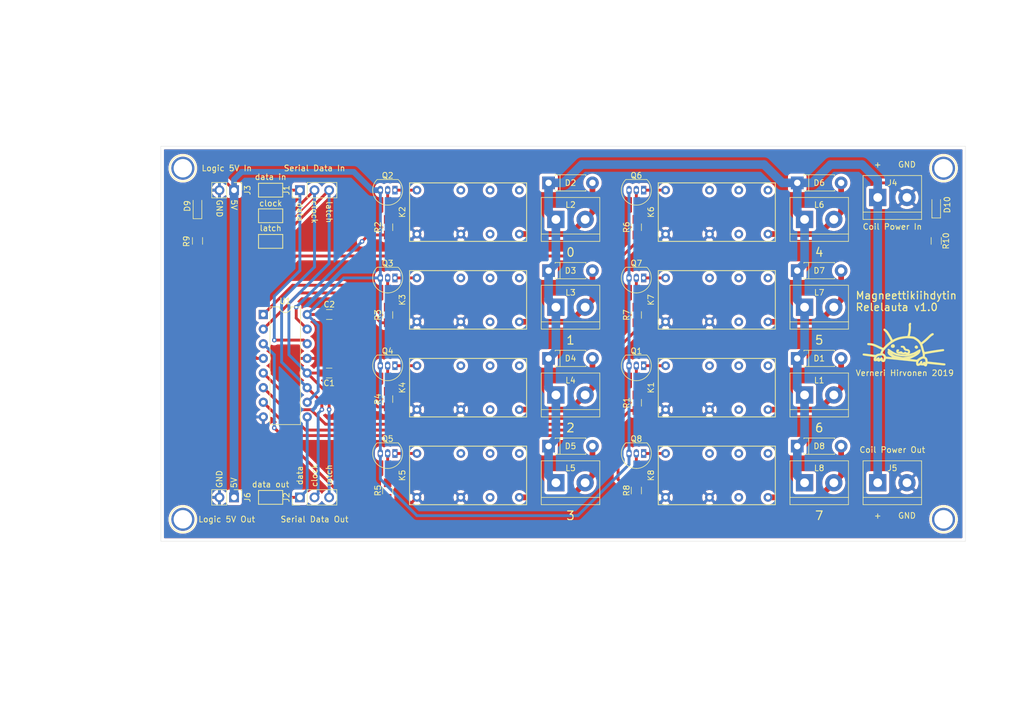
<source format=kicad_pcb>
(kicad_pcb (version 20171130) (host pcbnew "(5.1.0-0)")
  (layers (0 F.Cu signal) (31 B.Cu signal) (34 B.Paste user) (35 F.Paste user) (36 B.SilkS user) (37 F.SilkS user) (38 B.Mask user) (39 F.Mask user) (44 Edge.Cuts user))
  (net 0 "")
  (net 1 GND)
  (net 2 latch)
  (net 3 +5V)
  (net 4 V_coil)
  (net 5 "Net-(D1-Pad2)")
  (net 6 "Net-(D2-Pad2)")
  (net 7 "Net-(D3-Pad2)")
  (net 8 "Net-(D4-Pad2)")
  (net 9 "Net-(D5-Pad2)")
  (net 10 "Net-(D6-Pad2)")
  (net 11 "Net-(D7-Pad2)")
  (net 12 "Net-(D8-Pad2)")
  (net 13 "Net-(D9-Pad1)")
  (net 14 "Net-(D10-Pad1)")
  (net 15 data_in)
  (net 16 clock)
  (net 17 data_out)
  (net 18 "Net-(K1-PadA1)")
  (net 19 "Net-(K1-Pad22)")
  (net 20 "Net-(K1-Pad14)")
  (net 21 "Net-(K1-Pad12)")
  (net 22 "Net-(K1-Pad11)")
  (net 23 "Net-(K2-PadA1)")
  (net 24 "Net-(K2-Pad22)")
  (net 25 "Net-(K2-Pad14)")
  (net 26 "Net-(K2-Pad12)")
  (net 27 "Net-(K2-Pad11)")
  (net 28 "Net-(K3-PadA1)")
  (net 29 "Net-(K3-Pad22)")
  (net 30 "Net-(K3-Pad14)")
  (net 31 "Net-(K3-Pad12)")
  (net 32 "Net-(K3-Pad11)")
  (net 33 "Net-(K4-PadA1)")
  (net 34 "Net-(K4-Pad22)")
  (net 35 "Net-(K4-Pad14)")
  (net 36 "Net-(K4-Pad12)")
  (net 37 "Net-(K4-Pad11)")
  (net 38 "Net-(K5-PadA1)")
  (net 39 "Net-(K5-Pad22)")
  (net 40 "Net-(K5-Pad14)")
  (net 41 "Net-(K5-Pad12)")
  (net 42 "Net-(K5-Pad11)")
  (net 43 "Net-(K6-PadA1)")
  (net 44 "Net-(K6-Pad22)")
  (net 45 "Net-(K6-Pad14)")
  (net 46 "Net-(K6-Pad12)")
  (net 47 "Net-(K6-Pad11)")
  (net 48 "Net-(K7-PadA1)")
  (net 49 "Net-(K7-Pad22)")
  (net 50 "Net-(K7-Pad14)")
  (net 51 "Net-(K7-Pad12)")
  (net 52 "Net-(K7-Pad11)")
  (net 53 "Net-(K8-PadA1)")
  (net 54 "Net-(K8-Pad22)")
  (net 55 "Net-(K8-Pad14)")
  (net 56 "Net-(K8-Pad12)")
  (net 57 "Net-(K8-Pad11)")
  (net 58 "Net-(Q1-Pad2)")
  (net 59 "Net-(Q2-Pad2)")
  (net 60 "Net-(Q3-Pad2)")
  (net 61 "Net-(Q4-Pad2)")
  (net 62 "Net-(Q5-Pad2)")
  (net 63 "Net-(Q6-Pad2)")
  (net 64 "Net-(Q7-Pad2)")
  (net 65 "Net-(Q8-Pad2)")
  (net 66 signal7)
  (net 67 signal1)
  (net 68 signal2)
  (net 69 signal3)
  (net 70 signal4)
  (net 71 signal5)
  (net 72 signal6)
  (net 73 signal8)
  (module RELE2:verkkuukkeli (layer F.Cu) (at 172.466 72.517)
    (fp_text reference G*** hide)
    (fp_text value LOGO hide)
  )
  (module Connectors:1pin (layer F.Cu) (at 46.99 41.91)
    (fp_text reference REF** hide)
    (fp_text value 1pin)
    (pad "" thru_hole circle (at 0 0) (size 4 4) (drill 3.2) (layers *.Cu *.Mask))
  )
  (module Connectors:1pin (layer F.Cu) (at 46.99 102.87)
    (fp_text reference REF** hide)
    (fp_text value 1pin)
    (pad "" thru_hole circle (at 0 0) (size 4 4) (drill 3.2) (layers *.Cu *.Mask))
  )
  (module Connectors:1pin (layer F.Cu) (at 179.07 102.87)
    (fp_text reference REF** hide)
    (fp_text value 1pin)
    (pad "" thru_hole circle (at 0 0) (size 4 4) (drill 3.2) (layers *.Cu *.Mask))
  )
  (module Connectors:1pin (layer F.Cu) (at 179.07 41.91)
    (fp_text reference REF** hide)
    (fp_text value 1pin)
    (pad "" thru_hole circle (at 0 0) (size 4 4) (drill 3.2) (layers *.Cu *.Mask))
  )
  (module Housings_DIP:DIP-16_W7.62mm (layer F.Cu) (at 60.96 67.31)
    (fp_text reference U1 (at 3.81 -2.33) (layer F.SilkS))
    (fp_text value 74HC595)
    (pad 1 thru_hole rect (at 0 0) (size 1.6 1.6) (drill 0.8) (layers *.Cu *.Mask) (net 68 signal2))
    (pad 9 thru_hole oval (at 7.62 17.78) (size 1.6 1.6) (drill 0.8) (layers *.Cu *.Mask) (net 17 data_out))
    (pad 2 thru_hole oval (at 0 2.54) (size 1.6 1.6) (drill 0.8) (layers *.Cu *.Mask) (net 69 signal3))
    (pad 10 thru_hole oval (at 7.62 15.24) (size 1.6 1.6) (drill 0.8) (layers *.Cu *.Mask) (net 3 +5V))
    (pad 3 thru_hole oval (at 0 5.08) (size 1.6 1.6) (drill 0.8) (layers *.Cu *.Mask) (net 70 signal4))
    (pad 11 thru_hole oval (at 7.62 12.7) (size 1.6 1.6) (drill 0.8) (layers *.Cu *.Mask) (net 16 clock))
    (pad 4 thru_hole oval (at 0 7.62) (size 1.6 1.6) (drill 0.8) (layers *.Cu *.Mask) (net 71 signal5))
    (pad 12 thru_hole oval (at 7.62 10.16) (size 1.6 1.6) (drill 0.8) (layers *.Cu *.Mask) (net 2 latch))
    (pad 5 thru_hole oval (at 0 10.16) (size 1.6 1.6) (drill 0.8) (layers *.Cu *.Mask) (net 72 signal6))
    (pad 13 thru_hole oval (at 7.62 7.62) (size 1.6 1.6) (drill 0.8) (layers *.Cu *.Mask) (net 1 GND))
    (pad 6 thru_hole oval (at 0 12.7) (size 1.6 1.6) (drill 0.8) (layers *.Cu *.Mask) (net 66 signal7))
    (pad 14 thru_hole oval (at 7.62 5.08) (size 1.6 1.6) (drill 0.8) (layers *.Cu *.Mask) (net 15 data_in))
    (pad 7 thru_hole oval (at 0 15.24) (size 1.6 1.6) (drill 0.8) (layers *.Cu *.Mask) (net 73 signal8))
    (pad 15 thru_hole oval (at 7.62 2.54) (size 1.6 1.6) (drill 0.8) (layers *.Cu *.Mask) (net 67 signal1))
    (pad 8 thru_hole oval (at 0 17.78) (size 1.6 1.6) (drill 0.8) (layers *.Cu *.Mask) (net 1 GND))
    (pad 16 thru_hole oval (at 7.62 0) (size 1.6 1.6) (drill 0.8) (layers *.Cu *.Mask) (net 3 +5V))
  )
  (module Diodes_THT:D_DO-41_SOD81_P7.62mm_Horizontal (layer F.Cu) (at 153.67 74.93)
    (fp_text reference D1 (at 3.81 0) (layer F.SilkS))
    (fp_text value 1N4001)
    (pad 1 thru_hole rect (at 0 0) (size 2.2 2.2) (drill 1.1) (layers *.Cu *.Mask) (net 4 V_coil))
    (pad 2 thru_hole oval (at 7.62 0) (size 2.2 2.2) (drill 1.1) (layers *.Cu *.Mask) (net 5 "Net-(D1-Pad2)"))
  )
  (module Measurement_Points:Test_Point_Keystone_5019_Minature (layer F.Cu) (at 62.23 99.06)
    (fp_text reference "data out" (at 0 -2.25) (layer F.SilkS))
    (fp_text value data_out)
    (pad 1 smd rect (at 0 0) (size 3.8 2) (layers F.Cu F.Paste F.Mask) (net 17 data_out))
  )
  (module Measurement_Points:Test_Point_Keystone_5019_Minature (layer F.Cu) (at 62.23 54.61 180)
    (fp_text reference latch (at 0 2.286 180) (layer F.SilkS))
    (fp_text value latch)
    (pad 1 smd rect (at 0 0 180) (size 3.8 2) (layers F.Cu F.Paste F.Mask) (net 2 latch))
  )
  (module Measurement_Points:Test_Point_Keystone_5019_Minature (layer F.Cu) (at 62.23 50.165 180)
    (fp_text reference clock (at 0 2.159 180) (layer F.SilkS))
    (fp_text value clock)
    (pad 1 smd rect (at 0 0 180) (size 3.8 2) (layers F.Cu F.Paste F.Mask) (net 16 clock))
  )
  (module Measurement_Points:Test_Point_Keystone_5019_Minature (layer F.Cu) (at 62.23 45.72 180)
    (fp_text reference "data in" (at 0 2.286 180) (layer F.SilkS))
    (fp_text value data_in)
    (pad 1 smd rect (at 0 0 180) (size 3.8 2) (layers F.Cu F.Paste F.Mask) (net 15 data_in))
  )
  (module Resistors_SMD:R_0805_HandSoldering (layer F.Cu) (at 177.8 54.53 270)
    (fp_text reference R10 (at 0 -1.7 270) (layer F.SilkS))
    (fp_text value 10k)
    (pad 1 smd rect (at -1.35 0 270) (size 1.5 1.3) (layers F.Cu F.Paste F.Mask) (net 14 "Net-(D10-Pad1)"))
    (pad 2 smd rect (at 1.35 0 270) (size 1.5 1.3) (layers F.Cu F.Paste F.Mask) (net 1 GND))
  )
  (module Resistors_SMD:R_0805_HandSoldering (layer F.Cu) (at 49.53 54.53 270)
    (fp_text reference R9 (at 0.08 1.905 270) (layer F.SilkS))
    (fp_text value 10k)
    (pad 1 smd rect (at -1.35 0 270) (size 1.5 1.3) (layers F.Cu F.Paste F.Mask) (net 13 "Net-(D9-Pad1)"))
    (pad 2 smd rect (at 1.35 0 270) (size 1.5 1.3) (layers F.Cu F.Paste F.Mask) (net 1 GND))
  )
  (module Resistors_SMD:R_0805_HandSoldering (layer F.Cu) (at 125.73 97.87 90)
    (fp_text reference R8 (at 0 -1.7 90) (layer F.SilkS))
    (fp_text value 1k)
    (pad 1 smd rect (at -1.35 0 90) (size 1.5 1.3) (layers F.Cu F.Paste F.Mask) (net 73 signal8))
    (pad 2 smd rect (at 1.35 0 90) (size 1.5 1.3) (layers F.Cu F.Paste F.Mask) (net 65 "Net-(Q8-Pad2)"))
  )
  (module Resistors_SMD:R_0805_HandSoldering (layer F.Cu) (at 125.73 67.39 90)
    (fp_text reference R7 (at 0 -1.7 90) (layer F.SilkS))
    (fp_text value 1k)
    (pad 1 smd rect (at -1.35 0 90) (size 1.5 1.3) (layers F.Cu F.Paste F.Mask) (net 72 signal6))
    (pad 2 smd rect (at 1.35 0 90) (size 1.5 1.3) (layers F.Cu F.Paste F.Mask) (net 64 "Net-(Q7-Pad2)"))
  )
  (module Resistors_SMD:R_0805_HandSoldering (layer F.Cu) (at 125.73 52.15 90)
    (fp_text reference R6 (at 0 -1.7 90) (layer F.SilkS))
    (fp_text value 1k)
    (pad 1 smd rect (at -1.35 0 90) (size 1.5 1.3) (layers F.Cu F.Paste F.Mask) (net 71 signal5))
    (pad 2 smd rect (at 1.35 0 90) (size 1.5 1.3) (layers F.Cu F.Paste F.Mask) (net 63 "Net-(Q6-Pad2)"))
  )
  (module Resistors_SMD:R_0805_HandSoldering (layer F.Cu) (at 82.55 97.87 90)
    (fp_text reference R5 (at 0 -1.7 90) (layer F.SilkS))
    (fp_text value 1k)
    (pad 1 smd rect (at -1.35 0 90) (size 1.5 1.3) (layers F.Cu F.Paste F.Mask) (net 70 signal4))
    (pad 2 smd rect (at 1.35 0 90) (size 1.5 1.3) (layers F.Cu F.Paste F.Mask) (net 62 "Net-(Q5-Pad2)"))
  )
  (module Resistors_SMD:R_0805_HandSoldering (layer F.Cu) (at 82.55 81.995 90)
    (fp_text reference R4 (at 0 -1.7 90) (layer F.SilkS))
    (fp_text value 1k)
    (pad 1 smd rect (at -1.35 0 90) (size 1.5 1.3) (layers F.Cu F.Paste F.Mask) (net 69 signal3))
    (pad 2 smd rect (at 1.35 0 90) (size 1.5 1.3) (layers F.Cu F.Paste F.Mask) (net 61 "Net-(Q4-Pad2)"))
  )
  (module Resistors_SMD:R_0805_HandSoldering (layer F.Cu) (at 82.55 67.39 90)
    (fp_text reference R3 (at 0 -1.7 90) (layer F.SilkS))
    (fp_text value 1k)
    (pad 1 smd rect (at -1.35 0 90) (size 1.5 1.3) (layers F.Cu F.Paste F.Mask) (net 68 signal2))
    (pad 2 smd rect (at 1.35 0 90) (size 1.5 1.3) (layers F.Cu F.Paste F.Mask) (net 60 "Net-(Q3-Pad2)"))
  )
  (module Resistors_SMD:R_0805_HandSoldering (layer F.Cu) (at 82.55 52.15 90)
    (fp_text reference R2 (at 0 -1.7 90) (layer F.SilkS))
    (fp_text value 1k)
    (pad 1 smd rect (at -1.35 0 90) (size 1.5 1.3) (layers F.Cu F.Paste F.Mask) (net 67 signal1))
    (pad 2 smd rect (at 1.35 0 90) (size 1.5 1.3) (layers F.Cu F.Paste F.Mask) (net 59 "Net-(Q2-Pad2)"))
  )
  (module Resistors_SMD:R_0805_HandSoldering (layer F.Cu) (at 125.73 82.63 90)
    (fp_text reference R1 (at 0 -1.7 90) (layer F.SilkS))
    (fp_text value 1k)
    (pad 1 smd rect (at -1.35 0 90) (size 1.5 1.3) (layers F.Cu F.Paste F.Mask) (net 66 signal7))
    (pad 2 smd rect (at 1.35 0 90) (size 1.5 1.3) (layers F.Cu F.Paste F.Mask) (net 58 "Net-(Q1-Pad2)"))
  )
  (module TO_SOT_Packages_THT:TO-92_Inline_Narrow_Oval (layer F.Cu) (at 127 91.44 180)
    (fp_text reference Q8 (at 1.27 2.54 180) (layer F.SilkS))
    (fp_text value 2N3904)
    (pad 2 thru_hole oval (at 1.27 0) (size 0.9 1.5) (drill 0.6) (layers *.Cu *.Mask) (net 65 "Net-(Q8-Pad2)"))
    (pad 3 thru_hole oval (at 2.54 0) (size 0.9 1.5) (drill 0.6) (layers *.Cu *.Mask) (net 3 +5V))
    (pad 1 thru_hole rect (at 0 0) (size 0.9 1.5) (drill 0.6) (layers *.Cu *.Mask) (net 53 "Net-(K8-PadA1)"))
  )
  (module TO_SOT_Packages_THT:TO-92_Inline_Narrow_Oval (layer F.Cu) (at 127 60.96 180)
    (fp_text reference Q7 (at 1.27 2.54 180) (layer F.SilkS))
    (fp_text value 2N3904)
    (pad 2 thru_hole oval (at 1.27 0) (size 0.9 1.5) (drill 0.6) (layers *.Cu *.Mask) (net 64 "Net-(Q7-Pad2)"))
    (pad 3 thru_hole oval (at 2.54 0) (size 0.9 1.5) (drill 0.6) (layers *.Cu *.Mask) (net 3 +5V))
    (pad 1 thru_hole rect (at 0 0) (size 0.9 1.5) (drill 0.6) (layers *.Cu *.Mask) (net 48 "Net-(K7-PadA1)"))
  )
  (module TO_SOT_Packages_THT:TO-92_Inline_Narrow_Oval (layer F.Cu) (at 127 45.72 180)
    (fp_text reference Q6 (at 1.27 2.54 180) (layer F.SilkS))
    (fp_text value 2N3904)
    (pad 2 thru_hole oval (at 1.27 0) (size 0.9 1.5) (drill 0.6) (layers *.Cu *.Mask) (net 63 "Net-(Q6-Pad2)"))
    (pad 3 thru_hole oval (at 2.54 0) (size 0.9 1.5) (drill 0.6) (layers *.Cu *.Mask) (net 3 +5V))
    (pad 1 thru_hole rect (at 0 0) (size 0.9 1.5) (drill 0.6) (layers *.Cu *.Mask) (net 43 "Net-(K6-PadA1)"))
  )
  (module TO_SOT_Packages_THT:TO-92_Inline_Narrow_Oval (layer F.Cu) (at 83.82 91.44 180)
    (fp_text reference Q5 (at 1.27 2.54 180) (layer F.SilkS))
    (fp_text value 2N3904)
    (pad 2 thru_hole oval (at 1.27 0) (size 0.9 1.5) (drill 0.6) (layers *.Cu *.Mask) (net 62 "Net-(Q5-Pad2)"))
    (pad 3 thru_hole oval (at 2.54 0) (size 0.9 1.5) (drill 0.6) (layers *.Cu *.Mask) (net 3 +5V))
    (pad 1 thru_hole rect (at 0 0) (size 0.9 1.5) (drill 0.6) (layers *.Cu *.Mask) (net 38 "Net-(K5-PadA1)"))
  )
  (module TO_SOT_Packages_THT:TO-92_Inline_Narrow_Oval (layer F.Cu) (at 83.82 76.2 180)
    (fp_text reference Q4 (at 1.27 2.54 180) (layer F.SilkS))
    (fp_text value 2N3904)
    (pad 2 thru_hole oval (at 1.27 0) (size 0.9 1.5) (drill 0.6) (layers *.Cu *.Mask) (net 61 "Net-(Q4-Pad2)"))
    (pad 3 thru_hole oval (at 2.54 0) (size 0.9 1.5) (drill 0.6) (layers *.Cu *.Mask) (net 3 +5V))
    (pad 1 thru_hole rect (at 0 0) (size 0.9 1.5) (drill 0.6) (layers *.Cu *.Mask) (net 33 "Net-(K4-PadA1)"))
  )
  (module TO_SOT_Packages_THT:TO-92_Inline_Narrow_Oval (layer F.Cu) (at 83.82 60.96 180)
    (fp_text reference Q3 (at 1.27 2.54 180) (layer F.SilkS))
    (fp_text value 2N3904)
    (pad 2 thru_hole oval (at 1.27 0) (size 0.9 1.5) (drill 0.6) (layers *.Cu *.Mask) (net 60 "Net-(Q3-Pad2)"))
    (pad 3 thru_hole oval (at 2.54 0) (size 0.9 1.5) (drill 0.6) (layers *.Cu *.Mask) (net 3 +5V))
    (pad 1 thru_hole rect (at 0 0) (size 0.9 1.5) (drill 0.6) (layers *.Cu *.Mask) (net 28 "Net-(K3-PadA1)"))
  )
  (module TO_SOT_Packages_THT:TO-92_Inline_Narrow_Oval (layer F.Cu) (at 83.82 45.72 180)
    (fp_text reference Q2 (at 1.27 2.54 180) (layer F.SilkS))
    (fp_text value 2N3904)
    (pad 2 thru_hole oval (at 1.27 0) (size 0.9 1.5) (drill 0.6) (layers *.Cu *.Mask) (net 59 "Net-(Q2-Pad2)"))
    (pad 3 thru_hole oval (at 2.54 0) (size 0.9 1.5) (drill 0.6) (layers *.Cu *.Mask) (net 3 +5V))
    (pad 1 thru_hole rect (at 0 0) (size 0.9 1.5) (drill 0.6) (layers *.Cu *.Mask) (net 23 "Net-(K2-PadA1)"))
  )
  (module TO_SOT_Packages_THT:TO-92_Inline_Narrow_Oval (layer F.Cu) (at 127 76.2 180)
    (fp_text reference Q1 (at 1.27 2.54 180) (layer F.SilkS))
    (fp_text value 2N3904)
    (pad 2 thru_hole oval (at 1.27 0) (size 0.9 1.5) (drill 0.6) (layers *.Cu *.Mask) (net 58 "Net-(Q1-Pad2)"))
    (pad 3 thru_hole oval (at 2.54 0) (size 0.9 1.5) (drill 0.6) (layers *.Cu *.Mask) (net 3 +5V))
    (pad 1 thru_hole rect (at 0 0) (size 0.9 1.5) (drill 0.6) (layers *.Cu *.Mask) (net 18 "Net-(K1-PadA1)"))
  )
  (module Connectors_Terminal_Blocks:TerminalBlock_bornier-2_P5.08mm (layer F.Cu) (at 154.94 96.52)
    (fp_text reference L8 (at 2.54 -2.54) (layer F.SilkS))
    (fp_text value coil8)
    (pad 1 thru_hole rect (at 0 0) (size 3 3) (drill 1.52) (layers *.Cu *.Mask) (net 4 V_coil))
    (pad 2 thru_hole circle (at 5.08 0) (size 3 3) (drill 1.52) (layers *.Cu *.Mask) (net 12 "Net-(D8-Pad2)"))
  )
  (module Connectors_Terminal_Blocks:TerminalBlock_bornier-2_P5.08mm (layer F.Cu) (at 154.94 66.04)
    (fp_text reference L7 (at 2.54 -2.54) (layer F.SilkS))
    (fp_text value coil6)
    (pad 1 thru_hole rect (at 0 0) (size 3 3) (drill 1.52) (layers *.Cu *.Mask) (net 4 V_coil))
    (pad 2 thru_hole circle (at 5.08 0) (size 3 3) (drill 1.52) (layers *.Cu *.Mask) (net 11 "Net-(D7-Pad2)"))
  )
  (module Connectors_Terminal_Blocks:TerminalBlock_bornier-2_P5.08mm (layer F.Cu) (at 154.94 50.8)
    (fp_text reference L6 (at 2.54 -2.54) (layer F.SilkS))
    (fp_text value coil5)
    (pad 1 thru_hole rect (at 0 0) (size 3 3) (drill 1.52) (layers *.Cu *.Mask) (net 4 V_coil))
    (pad 2 thru_hole circle (at 5.08 0) (size 3 3) (drill 1.52) (layers *.Cu *.Mask) (net 10 "Net-(D6-Pad2)"))
  )
  (module Connectors_Terminal_Blocks:TerminalBlock_bornier-2_P5.08mm (layer F.Cu) (at 111.76 96.52)
    (fp_text reference L5 (at 2.54 -2.54) (layer F.SilkS))
    (fp_text value coil4)
    (pad 1 thru_hole rect (at 0 0) (size 3 3) (drill 1.52) (layers *.Cu *.Mask) (net 4 V_coil))
    (pad 2 thru_hole circle (at 5.08 0) (size 3 3) (drill 1.52) (layers *.Cu *.Mask) (net 9 "Net-(D5-Pad2)"))
  )
  (module Connectors_Terminal_Blocks:TerminalBlock_bornier-2_P5.08mm (layer F.Cu) (at 111.76 81.28)
    (fp_text reference L4 (at 2.54 -2.54) (layer F.SilkS))
    (fp_text value coil3)
    (pad 1 thru_hole rect (at 0 0) (size 3 3) (drill 1.52) (layers *.Cu *.Mask) (net 4 V_coil))
    (pad 2 thru_hole circle (at 5.08 0) (size 3 3) (drill 1.52) (layers *.Cu *.Mask) (net 8 "Net-(D4-Pad2)"))
  )
  (module Connectors_Terminal_Blocks:TerminalBlock_bornier-2_P5.08mm (layer F.Cu) (at 111.76 66.04)
    (fp_text reference L3 (at 2.54 -2.54) (layer F.SilkS))
    (fp_text value coil2)
    (pad 1 thru_hole rect (at 0 0) (size 3 3) (drill 1.52) (layers *.Cu *.Mask) (net 4 V_coil))
    (pad 2 thru_hole circle (at 5.08 0) (size 3 3) (drill 1.52) (layers *.Cu *.Mask) (net 7 "Net-(D3-Pad2)"))
  )
  (module Connectors_Terminal_Blocks:TerminalBlock_bornier-2_P5.08mm (layer F.Cu) (at 111.76 50.8)
    (fp_text reference L2 (at 2.54 -2.54) (layer F.SilkS))
    (fp_text value coil1)
    (pad 1 thru_hole rect (at 0 0) (size 3 3) (drill 1.52) (layers *.Cu *.Mask) (net 4 V_coil))
    (pad 2 thru_hole circle (at 5.08 0) (size 3 3) (drill 1.52) (layers *.Cu *.Mask) (net 6 "Net-(D2-Pad2)"))
  )
  (module Connectors_Terminal_Blocks:TerminalBlock_bornier-2_P5.08mm (layer F.Cu) (at 154.94 81.28)
    (fp_text reference L1 (at 2.54 -2.54) (layer F.SilkS))
    (fp_text value coil7)
    (pad 1 thru_hole rect (at 0 0) (size 3 3) (drill 1.52) (layers *.Cu *.Mask) (net 4 V_coil))
    (pad 2 thru_hole circle (at 5.08 0) (size 3 3) (drill 1.52) (layers *.Cu *.Mask) (net 5 "Net-(D1-Pad2)"))
  )
  (module RELE2:RY5W-K (layer F.Cu) (at 138.43 95.25)
    (fp_text reference K8 (at -10.16 0 90) (layer F.SilkS))
    (fp_text value "relay 8")
    (pad A1 thru_hole circle (at -7.62 -3.81) (size 1.524 1.524) (drill 0.762) (layers *.Cu *.Mask) (net 53 "Net-(K8-PadA1)"))
    (pad A2 thru_hole circle (at -7.62 3.81) (size 1.524 1.524) (drill 0.762) (layers *.Cu *.Mask) (net 1 GND))
    (pad 21 thru_hole circle (at 0 3.81) (size 1.524 1.524) (drill 0.762) (layers *.Cu *.Mask) (net 1 GND))
    (pad 22 thru_hole circle (at 5.08 3.81) (size 1.524 1.524) (drill 0.762) (layers *.Cu *.Mask) (net 54 "Net-(K8-Pad22)"))
    (pad 24 thru_hole circle (at 10.16 3.81) (size 1.524 1.524) (drill 0.762) (layers *.Cu *.Mask) (net 12 "Net-(D8-Pad2)"))
    (pad 14 thru_hole circle (at 10.16 -3.81) (size 1.524 1.524) (drill 0.762) (layers *.Cu *.Mask) (net 55 "Net-(K8-Pad14)"))
    (pad 12 thru_hole circle (at 5.08 -3.81) (size 1.524 1.524) (drill 0.762) (layers *.Cu *.Mask) (net 56 "Net-(K8-Pad12)"))
    (pad 11 thru_hole circle (at 0 -3.81) (size 1.524 1.524) (drill 0.762) (layers *.Cu *.Mask) (net 57 "Net-(K8-Pad11)"))
  )
  (module RELE2:RY5W-K (layer F.Cu) (at 138.43 64.77)
    (fp_text reference K7 (at -10.16 0 90) (layer F.SilkS))
    (fp_text value "relay 6")
    (pad A1 thru_hole circle (at -7.62 -3.81) (size 1.524 1.524) (drill 0.762) (layers *.Cu *.Mask) (net 48 "Net-(K7-PadA1)"))
    (pad A2 thru_hole circle (at -7.62 3.81) (size 1.524 1.524) (drill 0.762) (layers *.Cu *.Mask) (net 1 GND))
    (pad 21 thru_hole circle (at 0 3.81) (size 1.524 1.524) (drill 0.762) (layers *.Cu *.Mask) (net 1 GND))
    (pad 22 thru_hole circle (at 5.08 3.81) (size 1.524 1.524) (drill 0.762) (layers *.Cu *.Mask) (net 49 "Net-(K7-Pad22)"))
    (pad 24 thru_hole circle (at 10.16 3.81) (size 1.524 1.524) (drill 0.762) (layers *.Cu *.Mask) (net 11 "Net-(D7-Pad2)"))
    (pad 14 thru_hole circle (at 10.16 -3.81) (size 1.524 1.524) (drill 0.762) (layers *.Cu *.Mask) (net 50 "Net-(K7-Pad14)"))
    (pad 12 thru_hole circle (at 5.08 -3.81) (size 1.524 1.524) (drill 0.762) (layers *.Cu *.Mask) (net 51 "Net-(K7-Pad12)"))
    (pad 11 thru_hole circle (at 0 -3.81) (size 1.524 1.524) (drill 0.762) (layers *.Cu *.Mask) (net 52 "Net-(K7-Pad11)"))
  )
  (module RELE2:RY5W-K (layer F.Cu) (at 138.43 49.53)
    (fp_text reference K6 (at -10.16 0 90) (layer F.SilkS))
    (fp_text value "relay 5")
    (pad A1 thru_hole circle (at -7.62 -3.81) (size 1.524 1.524) (drill 0.762) (layers *.Cu *.Mask) (net 43 "Net-(K6-PadA1)"))
    (pad A2 thru_hole circle (at -7.62 3.81) (size 1.524 1.524) (drill 0.762) (layers *.Cu *.Mask) (net 1 GND))
    (pad 21 thru_hole circle (at 0 3.81) (size 1.524 1.524) (drill 0.762) (layers *.Cu *.Mask) (net 1 GND))
    (pad 22 thru_hole circle (at 5.08 3.81) (size 1.524 1.524) (drill 0.762) (layers *.Cu *.Mask) (net 44 "Net-(K6-Pad22)"))
    (pad 24 thru_hole circle (at 10.16 3.81) (size 1.524 1.524) (drill 0.762) (layers *.Cu *.Mask) (net 10 "Net-(D6-Pad2)"))
    (pad 14 thru_hole circle (at 10.16 -3.81) (size 1.524 1.524) (drill 0.762) (layers *.Cu *.Mask) (net 45 "Net-(K6-Pad14)"))
    (pad 12 thru_hole circle (at 5.08 -3.81) (size 1.524 1.524) (drill 0.762) (layers *.Cu *.Mask) (net 46 "Net-(K6-Pad12)"))
    (pad 11 thru_hole circle (at 0 -3.81) (size 1.524 1.524) (drill 0.762) (layers *.Cu *.Mask) (net 47 "Net-(K6-Pad11)"))
  )
  (module RELE2:RY5W-K (layer F.Cu) (at 95.25 95.25)
    (fp_text reference K5 (at -10.16 0 90) (layer F.SilkS))
    (fp_text value "relay 4")
    (pad A1 thru_hole circle (at -7.62 -3.81) (size 1.524 1.524) (drill 0.762) (layers *.Cu *.Mask) (net 38 "Net-(K5-PadA1)"))
    (pad A2 thru_hole circle (at -7.62 3.81) (size 1.524 1.524) (drill 0.762) (layers *.Cu *.Mask) (net 1 GND))
    (pad 21 thru_hole circle (at 0 3.81) (size 1.524 1.524) (drill 0.762) (layers *.Cu *.Mask) (net 1 GND))
    (pad 22 thru_hole circle (at 5.08 3.81) (size 1.524 1.524) (drill 0.762) (layers *.Cu *.Mask) (net 39 "Net-(K5-Pad22)"))
    (pad 24 thru_hole circle (at 10.16 3.81) (size 1.524 1.524) (drill 0.762) (layers *.Cu *.Mask) (net 9 "Net-(D5-Pad2)"))
    (pad 14 thru_hole circle (at 10.16 -3.81) (size 1.524 1.524) (drill 0.762) (layers *.Cu *.Mask) (net 40 "Net-(K5-Pad14)"))
    (pad 12 thru_hole circle (at 5.08 -3.81) (size 1.524 1.524) (drill 0.762) (layers *.Cu *.Mask) (net 41 "Net-(K5-Pad12)"))
    (pad 11 thru_hole circle (at 0 -3.81) (size 1.524 1.524) (drill 0.762) (layers *.Cu *.Mask) (net 42 "Net-(K5-Pad11)"))
  )
  (module RELE2:RY5W-K (layer F.Cu) (at 95.25 80.01)
    (fp_text reference K4 (at -10.16 0 90) (layer F.SilkS))
    (fp_text value "relay 3")
    (pad A1 thru_hole circle (at -7.62 -3.81) (size 1.524 1.524) (drill 0.762) (layers *.Cu *.Mask) (net 33 "Net-(K4-PadA1)"))
    (pad A2 thru_hole circle (at -7.62 3.81) (size 1.524 1.524) (drill 0.762) (layers *.Cu *.Mask) (net 1 GND))
    (pad 21 thru_hole circle (at 0 3.81) (size 1.524 1.524) (drill 0.762) (layers *.Cu *.Mask) (net 1 GND))
    (pad 22 thru_hole circle (at 5.08 3.81) (size 1.524 1.524) (drill 0.762) (layers *.Cu *.Mask) (net 34 "Net-(K4-Pad22)"))
    (pad 24 thru_hole circle (at 10.16 3.81) (size 1.524 1.524) (drill 0.762) (layers *.Cu *.Mask) (net 8 "Net-(D4-Pad2)"))
    (pad 14 thru_hole circle (at 10.16 -3.81) (size 1.524 1.524) (drill 0.762) (layers *.Cu *.Mask) (net 35 "Net-(K4-Pad14)"))
    (pad 12 thru_hole circle (at 5.08 -3.81) (size 1.524 1.524) (drill 0.762) (layers *.Cu *.Mask) (net 36 "Net-(K4-Pad12)"))
    (pad 11 thru_hole circle (at 0 -3.81) (size 1.524 1.524) (drill 0.762) (layers *.Cu *.Mask) (net 37 "Net-(K4-Pad11)"))
  )
  (module RELE2:RY5W-K (layer F.Cu) (at 95.25 64.77)
    (fp_text reference K3 (at -10.16 0 90) (layer F.SilkS))
    (fp_text value "relay 2")
    (pad A1 thru_hole circle (at -7.62 -3.81) (size 1.524 1.524) (drill 0.762) (layers *.Cu *.Mask) (net 28 "Net-(K3-PadA1)"))
    (pad A2 thru_hole circle (at -7.62 3.81) (size 1.524 1.524) (drill 0.762) (layers *.Cu *.Mask) (net 1 GND))
    (pad 21 thru_hole circle (at 0 3.81) (size 1.524 1.524) (drill 0.762) (layers *.Cu *.Mask) (net 1 GND))
    (pad 22 thru_hole circle (at 5.08 3.81) (size 1.524 1.524) (drill 0.762) (layers *.Cu *.Mask) (net 29 "Net-(K3-Pad22)"))
    (pad 24 thru_hole circle (at 10.16 3.81) (size 1.524 1.524) (drill 0.762) (layers *.Cu *.Mask) (net 7 "Net-(D3-Pad2)"))
    (pad 14 thru_hole circle (at 10.16 -3.81) (size 1.524 1.524) (drill 0.762) (layers *.Cu *.Mask) (net 30 "Net-(K3-Pad14)"))
    (pad 12 thru_hole circle (at 5.08 -3.81) (size 1.524 1.524) (drill 0.762) (layers *.Cu *.Mask) (net 31 "Net-(K3-Pad12)"))
    (pad 11 thru_hole circle (at 0 -3.81) (size 1.524 1.524) (drill 0.762) (layers *.Cu *.Mask) (net 32 "Net-(K3-Pad11)"))
  )
  (module RELE2:RY5W-K (layer F.Cu) (at 95.25 49.53)
    (fp_text reference K2 (at -10.16 0 90) (layer F.SilkS))
    (fp_text value "relay 1")
    (pad A1 thru_hole circle (at -7.62 -3.81) (size 1.524 1.524) (drill 0.762) (layers *.Cu *.Mask) (net 23 "Net-(K2-PadA1)"))
    (pad A2 thru_hole circle (at -7.62 3.81) (size 1.524 1.524) (drill 0.762) (layers *.Cu *.Mask) (net 1 GND))
    (pad 21 thru_hole circle (at 0 3.81) (size 1.524 1.524) (drill 0.762) (layers *.Cu *.Mask) (net 1 GND))
    (pad 22 thru_hole circle (at 5.08 3.81) (size 1.524 1.524) (drill 0.762) (layers *.Cu *.Mask) (net 24 "Net-(K2-Pad22)"))
    (pad 24 thru_hole circle (at 10.16 3.81) (size 1.524 1.524) (drill 0.762) (layers *.Cu *.Mask) (net 6 "Net-(D2-Pad2)"))
    (pad 14 thru_hole circle (at 10.16 -3.81) (size 1.524 1.524) (drill 0.762) (layers *.Cu *.Mask) (net 25 "Net-(K2-Pad14)"))
    (pad 12 thru_hole circle (at 5.08 -3.81) (size 1.524 1.524) (drill 0.762) (layers *.Cu *.Mask) (net 26 "Net-(K2-Pad12)"))
    (pad 11 thru_hole circle (at 0 -3.81) (size 1.524 1.524) (drill 0.762) (layers *.Cu *.Mask) (net 27 "Net-(K2-Pad11)"))
  )
  (module RELE2:RY5W-K (layer F.Cu) (at 138.43 80.01)
    (fp_text reference K1 (at -10.16 0 90) (layer F.SilkS))
    (fp_text value "relay 7")
    (pad A1 thru_hole circle (at -7.62 -3.81) (size 1.524 1.524) (drill 0.762) (layers *.Cu *.Mask) (net 18 "Net-(K1-PadA1)"))
    (pad A2 thru_hole circle (at -7.62 3.81) (size 1.524 1.524) (drill 0.762) (layers *.Cu *.Mask) (net 1 GND))
    (pad 21 thru_hole circle (at 0 3.81) (size 1.524 1.524) (drill 0.762) (layers *.Cu *.Mask) (net 1 GND))
    (pad 22 thru_hole circle (at 5.08 3.81) (size 1.524 1.524) (drill 0.762) (layers *.Cu *.Mask) (net 19 "Net-(K1-Pad22)"))
    (pad 24 thru_hole circle (at 10.16 3.81) (size 1.524 1.524) (drill 0.762) (layers *.Cu *.Mask) (net 5 "Net-(D1-Pad2)"))
    (pad 14 thru_hole circle (at 10.16 -3.81) (size 1.524 1.524) (drill 0.762) (layers *.Cu *.Mask) (net 20 "Net-(K1-Pad14)"))
    (pad 12 thru_hole circle (at 5.08 -3.81) (size 1.524 1.524) (drill 0.762) (layers *.Cu *.Mask) (net 21 "Net-(K1-Pad12)"))
    (pad 11 thru_hole circle (at 0 -3.81) (size 1.524 1.524) (drill 0.762) (layers *.Cu *.Mask) (net 22 "Net-(K1-Pad11)"))
  )
  (module Pin_Headers:Pin_Header_Straight_1x02_Pitch2.54mm (layer F.Cu) (at 55.88 99.06 270)
    (fp_text reference J6 (at 0 -2.33 270) (layer F.SilkS))
    (fp_text value 5V_out)
    (pad 1 thru_hole rect (at 0 0 270) (size 1.7 1.7) (drill 1) (layers *.Cu *.Mask) (net 3 +5V))
    (pad 2 thru_hole oval (at 0 2.54 270) (size 1.7 1.7) (drill 1) (layers *.Cu *.Mask) (net 1 GND))
  )
  (module Connectors_Terminal_Blocks:TerminalBlock_bornier-2_P5.08mm (layer F.Cu) (at 167.64 96.52)
    (fp_text reference J5 (at 2.54 -2.54) (layer F.SilkS))
    (fp_text value coil_power_out)
    (pad 1 thru_hole rect (at 0 0) (size 3 3) (drill 1.52) (layers *.Cu *.Mask) (net 4 V_coil))
    (pad 2 thru_hole circle (at 5.08 0) (size 3 3) (drill 1.52) (layers *.Cu *.Mask) (net 1 GND))
  )
  (module Connectors_Terminal_Blocks:TerminalBlock_bornier-2_P5.08mm (layer F.Cu) (at 167.64 46.99)
    (fp_text reference J4 (at 2.54 -2.54) (layer F.SilkS))
    (fp_text value coil_power_in)
    (pad 1 thru_hole rect (at 0 0) (size 3 3) (drill 1.52) (layers *.Cu *.Mask) (net 4 V_coil))
    (pad 2 thru_hole circle (at 5.08 0) (size 3 3) (drill 1.52) (layers *.Cu *.Mask) (net 1 GND))
  )
  (module Pin_Headers:Pin_Header_Straight_1x02_Pitch2.54mm (layer F.Cu) (at 55.88 45.72 270)
    (fp_text reference J3 (at 0 -2.33 270) (layer F.SilkS))
    (fp_text value arduino_5V)
    (pad 1 thru_hole rect (at 0 0 270) (size 1.7 1.7) (drill 1) (layers *.Cu *.Mask) (net 3 +5V))
    (pad 2 thru_hole oval (at 0 2.54 270) (size 1.7 1.7) (drill 1) (layers *.Cu *.Mask) (net 1 GND))
  )
  (module Pin_Headers:Pin_Header_Straight_1x03_Pitch2.54mm (layer F.Cu) (at 67.31 99.06 90)
    (fp_text reference J2 (at 0 -2.33 90) (layer F.SilkS))
    (fp_text value serial_out)
    (pad 1 thru_hole rect (at 0 0 90) (size 1.7 1.7) (drill 1) (layers *.Cu *.Mask) (net 17 data_out))
    (pad 2 thru_hole oval (at 0 2.54 90) (size 1.7 1.7) (drill 1) (layers *.Cu *.Mask) (net 16 clock))
    (pad 3 thru_hole oval (at 0 5.08 90) (size 1.7 1.7) (drill 1) (layers *.Cu *.Mask) (net 2 latch))
  )
  (module Pin_Headers:Pin_Header_Straight_1x03_Pitch2.54mm (layer F.Cu) (at 67.31 45.72 90)
    (fp_text reference J1 (at 0 -2.33 90) (layer F.SilkS))
    (fp_text value serial_in)
    (pad 1 thru_hole rect (at 0 0 90) (size 1.7 1.7) (drill 1) (layers *.Cu *.Mask) (net 15 data_in))
    (pad 2 thru_hole oval (at 0 2.54 90) (size 1.7 1.7) (drill 1) (layers *.Cu *.Mask) (net 16 clock))
    (pad 3 thru_hole oval (at 0 5.08 90) (size 1.7 1.7) (drill 1) (layers *.Cu *.Mask) (net 2 latch))
  )
  (module LEDs:LED_0805_HandSoldering (layer F.Cu) (at 177.8 48.34 90)
    (fp_text reference D10 (at 0.08 1.905 90) (layer F.SilkS))
    (fp_text value COIL)
    (pad 1 smd rect (at -1.35 0 90) (size 1.5 1.3) (layers F.Cu F.Paste F.Mask) (net 14 "Net-(D10-Pad1)"))
    (pad 2 smd rect (at 1.35 0 90) (size 1.5 1.3) (layers F.Cu F.Paste F.Mask) (net 4 V_coil))
  )
  (module LEDs:LED_0805_HandSoldering (layer F.Cu) (at 49.53 48.475 90)
    (fp_text reference D9 (at 0 -1.765 90) (layer F.SilkS))
    (fp_text value ARDUINO)
    (pad 1 smd rect (at -1.35 0 90) (size 1.5 1.3) (layers F.Cu F.Paste F.Mask) (net 13 "Net-(D9-Pad1)"))
    (pad 2 smd rect (at 1.35 0 90) (size 1.5 1.3) (layers F.Cu F.Paste F.Mask) (net 3 +5V))
  )
  (module Diodes_THT:D_DO-41_SOD81_P7.62mm_Horizontal (layer F.Cu) (at 153.67 90.17)
    (fp_text reference D8 (at 3.81 0) (layer F.SilkS))
    (fp_text value 1N4001)
    (pad 1 thru_hole rect (at 0 0) (size 2.2 2.2) (drill 1.1) (layers *.Cu *.Mask) (net 4 V_coil))
    (pad 2 thru_hole oval (at 7.62 0) (size 2.2 2.2) (drill 1.1) (layers *.Cu *.Mask) (net 12 "Net-(D8-Pad2)"))
  )
  (module Diodes_THT:D_DO-41_SOD81_P7.62mm_Horizontal (layer F.Cu) (at 153.67 59.69)
    (fp_text reference D7 (at 3.81 0) (layer F.SilkS))
    (fp_text value 1N4001)
    (pad 1 thru_hole rect (at 0 0) (size 2.2 2.2) (drill 1.1) (layers *.Cu *.Mask) (net 4 V_coil))
    (pad 2 thru_hole oval (at 7.62 0) (size 2.2 2.2) (drill 1.1) (layers *.Cu *.Mask) (net 11 "Net-(D7-Pad2)"))
  )
  (module Diodes_THT:D_DO-41_SOD81_P7.62mm_Horizontal (layer F.Cu) (at 153.67 44.45)
    (fp_text reference D6 (at 3.81 0) (layer F.SilkS))
    (fp_text value 1N4001)
    (pad 1 thru_hole rect (at 0 0) (size 2.2 2.2) (drill 1.1) (layers *.Cu *.Mask) (net 4 V_coil))
    (pad 2 thru_hole oval (at 7.62 0) (size 2.2 2.2) (drill 1.1) (layers *.Cu *.Mask) (net 10 "Net-(D6-Pad2)"))
  )
  (module Diodes_THT:D_DO-41_SOD81_P7.62mm_Horizontal (layer F.Cu) (at 110.49 90.17)
    (fp_text reference D5 (at 3.81 0) (layer F.SilkS))
    (fp_text value 1N4001)
    (pad 1 thru_hole rect (at 0 0) (size 2.2 2.2) (drill 1.1) (layers *.Cu *.Mask) (net 4 V_coil))
    (pad 2 thru_hole oval (at 7.62 0) (size 2.2 2.2) (drill 1.1) (layers *.Cu *.Mask) (net 9 "Net-(D5-Pad2)"))
  )
  (module Diodes_THT:D_DO-41_SOD81_P7.62mm_Horizontal (layer F.Cu) (at 110.49 74.93)
    (fp_text reference D4 (at 3.81 0) (layer F.SilkS))
    (fp_text value 1N4001)
    (pad 1 thru_hole rect (at 0 0) (size 2.2 2.2) (drill 1.1) (layers *.Cu *.Mask) (net 4 V_coil))
    (pad 2 thru_hole oval (at 7.62 0) (size 2.2 2.2) (drill 1.1) (layers *.Cu *.Mask) (net 8 "Net-(D4-Pad2)"))
  )
  (module Diodes_THT:D_DO-41_SOD81_P7.62mm_Horizontal (layer F.Cu) (at 110.49 59.69)
    (fp_text reference D3 (at 3.81 0) (layer F.SilkS))
    (fp_text value 1N4001)
    (pad 1 thru_hole rect (at 0 0) (size 2.2 2.2) (drill 1.1) (layers *.Cu *.Mask) (net 4 V_coil))
    (pad 2 thru_hole oval (at 7.62 0) (size 2.2 2.2) (drill 1.1) (layers *.Cu *.Mask) (net 7 "Net-(D3-Pad2)"))
  )
  (module Diodes_THT:D_DO-41_SOD81_P7.62mm_Horizontal (layer F.Cu) (at 110.49 44.45)
    (fp_text reference D2 (at 3.81 0) (layer F.SilkS))
    (fp_text value 1N4001)
    (pad 1 thru_hole rect (at 0 0) (size 2.2 2.2) (drill 1.1) (layers *.Cu *.Mask) (net 4 V_coil))
    (pad 2 thru_hole oval (at 7.62 0) (size 2.2 2.2) (drill 1.1) (layers *.Cu *.Mask) (net 6 "Net-(D2-Pad2)"))
  )
  (module Capacitors_SMD:C_0805_HandSoldering (layer F.Cu) (at 72.41 67.31)
    (fp_text reference C2 (at 0 -1.75) (layer F.SilkS))
    (fp_text value 100n)
    (pad 1 smd rect (at -1.25 0) (size 1.5 1.25) (layers F.Cu F.Paste F.Mask) (net 3 +5V))
    (pad 2 smd rect (at 1.25 0) (size 1.5 1.25) (layers F.Cu F.Paste F.Mask) (net 1 GND))
  )
  (module Capacitors_SMD:C_0805_HandSoldering (layer F.Cu) (at 72.39 77.47 180)
    (fp_text reference C1 (at 0 -1.75 180) (layer F.SilkS))
    (fp_text value 100n)
    (pad 1 smd rect (at -1.25 0 180) (size 1.5 1.25) (layers F.Cu F.Paste F.Mask) (net 1 GND))
    (pad 2 smd rect (at 1.25 0 180) (size 1.5 1.25) (layers F.Cu F.Paste F.Mask) (net 2 latch))
  )
  (gr_text "Relelauta v1.0" (at 170.942 66.04) (layer F.SilkS) (effects (font (size 1.3 1.3) (thickness 0.2))))
  (gr_text "Verneri Hirvonen 2019" (at 172.339 77.47) (layer F.SilkS) (effects (font (size 1 1))))
  (gr_text "Magneettikiihdytin\n" (at 172.593 64.008) (layer F.SilkS) (effects (font (size 1.3 1.3) (thickness 0.2))))
  (gr_text data (at 67.31 95.25 90) (layer F.SilkS) (effects (font (size 1 1))))
  (gr_text clock (at 69.85 95.25 90) (layer F.SilkS) (effects (font (size 1 1))))
  (gr_text latch (at 72.39 95.25 90) (layer F.SilkS) (effects (font (size 1 1))))
  (gr_text data (at 67.31 49.53 270) (layer F.SilkS) (effects (font (size 1 1))))
  (gr_text clock (at 69.85 49.53 270) (layer F.SilkS) (effects (font (size 1 1))))
  (gr_text latch (at 72.39 49.53 270) (layer F.SilkS) (effects (font (size 1 1))))
  (gr_text GND (at 53.34 48.895 270) (layer F.SilkS) (effects (font (size 1 1))))
  (gr_text 5V (at 55.88 48.26 270) (layer F.SilkS) (effects (font (size 1 1))))
  (gr_text GND (at 53.34 95.885 90) (layer F.SilkS) (effects (font (size 1 1))))
  (gr_text 5V (at 55.88 96.52 90) (layer F.SilkS) (effects (font (size 1 1))))
  (gr_text "Logic 5V Out" (at 54.61 102.87) (layer F.SilkS) (effects (font (size 1 1))))
  (gr_text "Logic 5V In" (at 54.61 41.91) (layer F.SilkS) (effects (font (size 1 1))))
  (gr_text "Serial Data Out" (at 69.85 102.87) (layer F.SilkS) (effects (font (size 1 1))))
  (gr_text "Serial Data In" (at 69.85 41.91) (layer F.SilkS) (effects (font (size 1 1))))
  (gr_text GND (at 172.72 41.275) (layer F.SilkS) (effects (font (size 1 1))))
  (gr_text + (at 167.64 41.275) (layer F.SilkS) (effects (font (size 1 1))))
  (gr_text + (at 167.64 102.235) (layer F.SilkS) (effects (font (size 1 1))))
  (gr_text GND (at 172.72 102.235) (layer F.SilkS) (effects (font (size 1 1))))
  (gr_text "Coil Power Out" (at 170.18 90.805) (layer F.SilkS) (effects (font (size 1 1))))
  (gr_text "Coil Power In" (at 170.18 52.07) (layer F.SilkS) (effects (font (size 1 1))))
  (gr_text 7 (at 157.48 102.235) (layer F.SilkS) (effects (font (size 1.5 1.5) (thickness 0.2))))
  (gr_text 6 (at 157.48 86.995) (layer F.SilkS) (effects (font (size 1.5 1.5) (thickness 0.2))))
  (gr_text 5 (at 157.48 71.755) (layer F.SilkS) (effects (font (size 1.5 1.5) (thickness 0.2))))
  (gr_text 4 (at 157.48 56.515) (layer F.SilkS) (effects (font (size 1.5 1.5) (thickness 0.2))))
  (gr_text 3 (at 114.3 102.235) (layer F.SilkS) (effects (font (size 1.5 1.5) (thickness 0.2))))
  (gr_text 2 (at 114.3 86.995) (layer F.SilkS) (effects (font (size 1.5 1.5) (thickness 0.2))))
  (gr_text 1 (at 114.3 71.755) (layer F.SilkS) (effects (font (size 1.5 1.5) (thickness 0.2))))
  (gr_text 0 (at 114.3 56.515) (layer F.SilkS) (effects (font (size 1.5 1.5) (thickness 0.2))))
  (gr_line (start 43.18 106.68) (end 43.18 38.1) (layer Edge.Cuts) (width 0.05))
  (gr_line (start 182.88 106.68) (end 43.18 106.68) (layer Edge.Cuts) (width 0.05))
  (gr_line (start 182.88 38.1) (end 182.88 106.68) (layer Edge.Cuts) (width 0.05))
  (gr_line (start 43.18 38.1) (end 182.88 38.1) (layer Edge.Cuts) (width 0.05))
  (segment (start 68.58 77.47) (end 71.14 77.47) (width 0.5) (layer F.Cu) (net 2))
  (segment (start 65.405 74.295) (end 68.58 77.47) (width 0.5) (layer B.Cu) (net 2))
  (segment (start 65.405 65.405) (end 65.405 74.295) (width 0.5) (layer B.Cu) (net 2))
  (segment (start 72.39 58.42) (end 65.405 65.405) (width 0.5) (layer B.Cu) (net 2))
  (segment (start 72.39 45.72) (end 72.39 58.42) (width 0.5) (layer B.Cu) (net 2))
  (segment (start 71.540001 46.569999) (end 72.39 45.72) (width 0.5) (layer F.Cu) (net 2))
  (segment (start 63.5 54.61) (end 71.540001 46.569999) (width 0.5) (layer F.Cu) (net 2))
  (segment (start 62.23 54.61) (end 63.5 54.61) (width 0.5) (layer F.Cu) (net 2))
  (via (at 72.39 83.82) (size 0.8) (drill 0.4) (layers F.Cu B.Cu) (net 2))
  (segment (start 72.39 81.28) (end 72.39 83.82) (width 0.5) (layer F.Cu) (net 2))
  (segment (start 68.58 77.47) (end 72.39 81.28) (width 0.5) (layer F.Cu) (net 2))
  (segment (start 72.39 83.82) (end 72.39 99.06) (width 0.5) (layer B.Cu) (net 2))
  (segment (start 68.58 67.31) (end 71.16 67.31) (width 0.5) (layer F.Cu) (net 3))
  (segment (start 124.46 45.72) (end 124.46 60.96) (width 0.5) (layer B.Cu) (net 3))
  (segment (start 124.46 60.96) (end 124.46 76.2) (width 0.5) (layer B.Cu) (net 3))
  (segment (start 124.46 76.2) (end 124.46 91.44) (width 0.5) (layer B.Cu) (net 3))
  (segment (start 81.28 92.69) (end 81.28 91.44) (width 0.5) (layer B.Cu) (net 3))
  (segment (start 81.28 95.885) (end 81.28 92.69) (width 0.5) (layer B.Cu) (net 3))
  (segment (start 124.46 93.345) (end 115.57 102.235) (width 0.5) (layer B.Cu) (net 3))
  (segment (start 87.63 102.235) (end 81.28 95.885) (width 0.5) (layer B.Cu) (net 3))
  (segment (start 115.57 102.235) (end 87.63 102.235) (width 0.5) (layer B.Cu) (net 3))
  (segment (start 124.46 91.44) (end 124.46 93.345) (width 0.5) (layer B.Cu) (net 3))
  (segment (start 81.28 91.44) (end 81.28 76.2) (width 0.5) (layer B.Cu) (net 3))
  (segment (start 81.28 76.2) (end 81.28 60.96) (width 0.5) (layer B.Cu) (net 3))
  (segment (start 81.28 60.96) (end 81.28 45.72) (width 0.5) (layer B.Cu) (net 3))
  (segment (start 55.88 43.87) (end 57.205 42.545) (width 1) (layer B.Cu) (net 3))
  (segment (start 55.88 45.72) (end 55.88 43.87) (width 1) (layer B.Cu) (net 3))
  (segment (start 79.83 45.72) (end 81.28 45.72) (width 1) (layer B.Cu) (net 3))
  (segment (start 76.655 42.545) (end 79.83 45.72) (width 1) (layer B.Cu) (net 3))
  (segment (start 57.205 42.545) (end 76.655 42.545) (width 1) (layer B.Cu) (net 3))
  (segment (start 55.88 45.72) (end 55.88 99.06) (width 1.5) (layer B.Cu) (net 3))
  (segment (start 74.93 60.96) (end 68.58 67.31) (width 0.5) (layer B.Cu) (net 3))
  (segment (start 81.28 60.96) (end 74.93 60.96) (width 0.5) (layer B.Cu) (net 3))
  (segment (start 68.58 67.31) (end 70.485 69.215) (width 0.5) (layer B.Cu) (net 3))
  (segment (start 70.485 80.645) (end 68.58 82.55) (width 0.5) (layer B.Cu) (net 3))
  (segment (start 70.485 69.215) (end 70.485 80.645) (width 0.5) (layer B.Cu) (net 3))
  (segment (start 53.938591 43.778591) (end 55.88 45.72) (width 0.5) (layer F.Cu) (net 3))
  (segment (start 49.53 44.605) (end 50.356409 43.778591) (width 0.5) (layer F.Cu) (net 3))
  (segment (start 50.356409 43.778591) (end 53.938591 43.778591) (width 0.5) (layer F.Cu) (net 3))
  (segment (start 49.53 47.125) (end 49.53 44.605) (width 0.5) (layer F.Cu) (net 3))
  (segment (start 167.64 46.99) (end 167.64 96.52) (width 1.5) (layer B.Cu) (net 4))
  (segment (start 153.67 49.53) (end 154.94 50.8) (width 1.5) (layer B.Cu) (net 4))
  (segment (start 153.67 44.45) (end 153.67 49.53) (width 1.5) (layer B.Cu) (net 4))
  (segment (start 153.67 64.77) (end 154.94 66.04) (width 1.5) (layer B.Cu) (net 4))
  (segment (start 153.67 59.69) (end 153.67 64.77) (width 1.5) (layer B.Cu) (net 4))
  (segment (start 153.67 80.01) (end 154.94 81.28) (width 1.5) (layer B.Cu) (net 4))
  (segment (start 153.67 74.93) (end 153.67 80.01) (width 1.5) (layer B.Cu) (net 4))
  (segment (start 153.67 95.25) (end 154.94 96.52) (width 1.5) (layer B.Cu) (net 4))
  (segment (start 153.67 90.17) (end 153.67 95.25) (width 1.5) (layer B.Cu) (net 4))
  (segment (start 110.49 49.53) (end 111.76 50.8) (width 1.5) (layer B.Cu) (net 4))
  (segment (start 110.49 44.45) (end 110.49 49.53) (width 1.5) (layer B.Cu) (net 4))
  (segment (start 110.49 64.77) (end 111.76 66.04) (width 1.5) (layer B.Cu) (net 4))
  (segment (start 110.49 59.69) (end 110.49 64.77) (width 1.5) (layer B.Cu) (net 4))
  (segment (start 110.49 80.01) (end 111.76 81.28) (width 1.5) (layer B.Cu) (net 4))
  (segment (start 110.49 74.93) (end 110.49 80.01) (width 1.5) (layer B.Cu) (net 4))
  (segment (start 110.49 95.25) (end 111.76 96.52) (width 1.5) (layer B.Cu) (net 4))
  (segment (start 110.49 90.17) (end 110.49 95.25) (width 1.5) (layer B.Cu) (net 4))
  (segment (start 111.76 58.42) (end 110.49 59.69) (width 1.5) (layer B.Cu) (net 4))
  (segment (start 111.76 50.8) (end 111.76 58.42) (width 1.5) (layer B.Cu) (net 4))
  (segment (start 111.76 73.66) (end 110.49 74.93) (width 1.5) (layer B.Cu) (net 4))
  (segment (start 111.76 66.04) (end 111.76 73.66) (width 1.5) (layer B.Cu) (net 4))
  (segment (start 111.76 88.9) (end 110.49 90.17) (width 1.5) (layer B.Cu) (net 4))
  (segment (start 111.76 81.28) (end 111.76 88.9) (width 1.5) (layer B.Cu) (net 4))
  (segment (start 154.94 58.42) (end 153.67 59.69) (width 1.5) (layer B.Cu) (net 4))
  (segment (start 154.94 50.8) (end 154.94 58.42) (width 1.5) (layer B.Cu) (net 4))
  (segment (start 154.94 73.66) (end 153.67 74.93) (width 1.5) (layer B.Cu) (net 4))
  (segment (start 154.94 66.04) (end 154.94 73.66) (width 1.5) (layer B.Cu) (net 4))
  (segment (start 154.94 88.9) (end 153.67 90.17) (width 1.5) (layer B.Cu) (net 4))
  (segment (start 154.94 81.28) (end 154.94 88.9) (width 1.5) (layer B.Cu) (net 4))
  (segment (start 151.07 44.45) (end 153.67 44.45) (width 1.5) (layer B.Cu) (net 4))
  (segment (start 116.265 41.275) (end 147.895 41.275) (width 1.5) (layer B.Cu) (net 4))
  (segment (start 147.895 41.275) (end 151.07 44.45) (width 1.5) (layer B.Cu) (net 4))
  (segment (start 113.09 44.45) (end 116.265 41.275) (width 1.5) (layer B.Cu) (net 4))
  (segment (start 110.49 44.45) (end 113.09 44.45) (width 1.5) (layer B.Cu) (net 4))
  (segment (start 167.64 43.99) (end 167.64 46.99) (width 1.5) (layer B.Cu) (net 4))
  (segment (start 164.925 41.275) (end 167.64 43.99) (width 1.5) (layer B.Cu) (net 4))
  (segment (start 156.27 44.45) (end 159.445 41.275) (width 1.5) (layer B.Cu) (net 4))
  (segment (start 159.445 41.275) (end 164.925 41.275) (width 1.5) (layer B.Cu) (net 4))
  (segment (start 153.67 44.45) (end 156.27 44.45) (width 1.5) (layer B.Cu) (net 4))
  (segment (start 167.64 44.99) (end 168.18 44.45) (width 0.5) (layer F.Cu) (net 4))
  (segment (start 167.64 46.99) (end 167.64 44.99) (width 0.5) (layer F.Cu) (net 4))
  (segment (start 175.38 44.45) (end 176.65 45.72) (width 0.5) (layer F.Cu) (net 4))
  (segment (start 168.18 44.45) (end 175.38 44.45) (width 0.5) (layer F.Cu) (net 4))
  (segment (start 177.8 46.89) (end 177.8 46.99) (width 0.5) (layer F.Cu) (net 4))
  (segment (start 176.65 45.74) (end 177.8 46.89) (width 0.5) (layer F.Cu) (net 4))
  (segment (start 176.65 45.72) (end 176.65 45.74) (width 0.5) (layer F.Cu) (net 4))
  (segment (start 161.29 80.01) (end 160.02 81.28) (width 1) (layer F.Cu) (net 5))
  (segment (start 161.29 74.93) (end 161.29 80.01) (width 1) (layer F.Cu) (net 5))
  (segment (start 157.48 83.82) (end 148.59 83.82) (width 1) (layer F.Cu) (net 5))
  (segment (start 160.02 81.28) (end 157.48 83.82) (width 1) (layer F.Cu) (net 5))
  (segment (start 118.11 49.53) (end 116.84 50.8) (width 1) (layer F.Cu) (net 6))
  (segment (start 118.11 44.45) (end 118.11 49.53) (width 1) (layer F.Cu) (net 6))
  (segment (start 114.3 53.34) (end 105.41 53.34) (width 1) (layer F.Cu) (net 6))
  (segment (start 116.84 50.8) (end 114.3 53.34) (width 1) (layer F.Cu) (net 6))
  (segment (start 118.11 64.77) (end 116.84 66.04) (width 1) (layer F.Cu) (net 7))
  (segment (start 118.11 59.69) (end 118.11 64.77) (width 1) (layer F.Cu) (net 7))
  (segment (start 114.3 68.58) (end 105.41 68.58) (width 1) (layer F.Cu) (net 7))
  (segment (start 116.84 66.04) (end 114.3 68.58) (width 1) (layer F.Cu) (net 7))
  (segment (start 118.11 80.01) (end 116.84 81.28) (width 1) (layer F.Cu) (net 8))
  (segment (start 118.11 74.93) (end 118.11 80.01) (width 1) (layer F.Cu) (net 8))
  (segment (start 114.3 83.82) (end 105.41 83.82) (width 1) (layer F.Cu) (net 8))
  (segment (start 116.84 81.28) (end 114.3 83.82) (width 1) (layer F.Cu) (net 8))
  (segment (start 118.11 95.25) (end 116.84 96.52) (width 1) (layer F.Cu) (net 9))
  (segment (start 118.11 90.17) (end 118.11 95.25) (width 1) (layer F.Cu) (net 9))
  (segment (start 114.3 99.06) (end 105.41 99.06) (width 1) (layer F.Cu) (net 9))
  (segment (start 116.84 96.52) (end 114.3 99.06) (width 1) (layer F.Cu) (net 9))
  (segment (start 161.29 49.53) (end 160.02 50.8) (width 1) (layer F.Cu) (net 10))
  (segment (start 161.29 44.45) (end 161.29 49.53) (width 1) (layer F.Cu) (net 10))
  (segment (start 157.48 53.34) (end 148.59 53.34) (width 1) (layer F.Cu) (net 10))
  (segment (start 160.02 50.8) (end 157.48 53.34) (width 1) (layer F.Cu) (net 10))
  (segment (start 161.29 64.77) (end 160.02 66.04) (width 1) (layer F.Cu) (net 11))
  (segment (start 161.29 59.69) (end 161.29 64.77) (width 1) (layer F.Cu) (net 11))
  (segment (start 157.48 68.58) (end 148.59 68.58) (width 1) (layer F.Cu) (net 11))
  (segment (start 160.02 66.04) (end 157.48 68.58) (width 1) (layer F.Cu) (net 11))
  (segment (start 161.29 95.25) (end 160.02 96.52) (width 1) (layer F.Cu) (net 12))
  (segment (start 161.29 90.17) (end 161.29 95.25) (width 1) (layer F.Cu) (net 12))
  (segment (start 157.48 99.06) (end 148.59 99.06) (width 1) (layer F.Cu) (net 12))
  (segment (start 160.02 96.52) (end 157.48 99.06) (width 1) (layer F.Cu) (net 12))
  (segment (start 49.53 49.825) (end 49.53 53.18) (width 0.5) (layer F.Cu) (net 13))
  (segment (start 177.8 49.69) (end 177.8 53.18) (width 0.5) (layer F.Cu) (net 14))
  (segment (start 67.31 45.72) (end 67.31 59.69) (width 0.5) (layer B.Cu) (net 15))
  (via (at 62.865 71.755) (size 0.8) (drill 0.4) (layers F.Cu B.Cu) (net 15))
  (segment (start 62.865 64.135) (end 62.865 71.755) (width 0.5) (layer B.Cu) (net 15))
  (segment (start 67.31 59.69) (end 62.865 64.135) (width 0.5) (layer B.Cu) (net 15))
  (segment (start 67.945 71.755) (end 68.58 72.39) (width 0.5) (layer F.Cu) (net 15))
  (segment (start 62.865 71.755) (end 67.945 71.755) (width 0.5) (layer F.Cu) (net 15))
  (segment (start 62.23 45.72) (end 67.31 45.72) (width 0.5) (layer F.Cu) (net 15))
  (segment (start 69.85 45.72) (end 69.85 59.055) (width 0.5) (layer B.Cu) (net 16))
  (segment (start 69.85 59.055) (end 64.135 64.77) (width 0.5) (layer B.Cu) (net 16))
  (segment (start 64.135 75.565) (end 68.58 80.01) (width 0.5) (layer B.Cu) (net 16))
  (segment (start 64.135 64.77) (end 64.135 75.565) (width 0.5) (layer B.Cu) (net 16))
  (segment (start 65.405 50.165) (end 62.23 50.165) (width 0.5) (layer F.Cu) (net 16))
  (segment (start 69.85 45.72) (end 65.405 50.165) (width 0.5) (layer F.Cu) (net 16))
  (via (at 71.12 83.81999) (size 0.8) (drill 0.4) (layers F.Cu B.Cu) (net 16))
  (segment (start 71.12 82.55) (end 71.12 83.254305) (width 0.5) (layer F.Cu) (net 16))
  (segment (start 68.58 80.01) (end 71.12 82.55) (width 0.5) (layer F.Cu) (net 16))
  (segment (start 71.12 83.254305) (end 71.12 83.81999) (width 0.5) (layer F.Cu) (net 16))
  (segment (start 70.485 98.425) (end 70.485 84.455) (width 0.5) (layer B.Cu) (net 16))
  (segment (start 71.12 83.82) (end 71.12 83.81999) (width 0.5) (layer B.Cu) (net 16))
  (segment (start 70.485 84.455) (end 71.12 83.82) (width 0.5) (layer B.Cu) (net 16))
  (segment (start 69.85 99.06) (end 70.485 98.425) (width 0.5) (layer B.Cu) (net 16))
  (segment (start 67.31 99.06) (end 62.23 99.06) (width 0.5) (layer F.Cu) (net 17))
  (segment (start 68.58 97.79) (end 67.31 99.06) (width 0.5) (layer B.Cu) (net 17))
  (segment (start 68.58 85.09) (end 68.58 97.79) (width 0.5) (layer B.Cu) (net 17))
  (segment (start 127 76.2) (end 130.81 76.2) (width 0.5) (layer F.Cu) (net 18))
  (segment (start 83.82 45.72) (end 87.63 45.72) (width 0.5) (layer F.Cu) (net 23))
  (segment (start 83.82 60.96) (end 87.63 60.96) (width 0.5) (layer F.Cu) (net 28))
  (segment (start 83.82 76.2) (end 87.63 76.2) (width 0.5) (layer F.Cu) (net 33))
  (segment (start 87.63 91.44) (end 83.82 91.44) (width 0.5) (layer F.Cu) (net 38))
  (segment (start 127 45.72) (end 130.81 45.72) (width 0.5) (layer F.Cu) (net 43))
  (segment (start 127 60.96) (end 130.81 60.96) (width 0.5) (layer F.Cu) (net 48))
  (segment (start 127 91.44) (end 130.81 91.44) (width 0.5) (layer F.Cu) (net 53))
  (segment (start 125.73 76.2) (end 125.73 81.28) (width 0.5) (layer F.Cu) (net 58))
  (segment (start 82.55 45.72) (end 82.55 50.8) (width 0.5) (layer F.Cu) (net 59))
  (segment (start 82.55 60.96) (end 82.55 66.04) (width 0.5) (layer F.Cu) (net 60))
  (segment (start 82.55 80.645) (end 82.55 76.2) (width 0.5) (layer F.Cu) (net 61))
  (segment (start 82.55 96.52) (end 82.55 91.44) (width 0.5) (layer F.Cu) (net 62))
  (segment (start 125.73 50.8) (end 125.73 45.72) (width 0.5) (layer F.Cu) (net 63))
  (segment (start 125.73 60.96) (end 125.73 66.04) (width 0.5) (layer F.Cu) (net 64))
  (segment (start 125.73 91.44) (end 125.73 96.52) (width 0.5) (layer F.Cu) (net 65))
  (segment (start 61.759999 80.809999) (end 60.96 80.01) (width 0.5) (layer F.Cu) (net 66))
  (segment (start 68.326 87.376) (end 61.759999 80.809999) (width 0.5) (layer F.Cu) (net 66))
  (segment (start 121.184 87.376) (end 68.326 87.376) (width 0.5) (layer F.Cu) (net 66))
  (segment (start 124.58 83.98) (end 121.184 87.376) (width 0.5) (layer F.Cu) (net 66))
  (segment (start 125.73 83.98) (end 124.58 83.98) (width 0.5) (layer F.Cu) (net 66))
  (via (at 78.105 54.61) (size 0.8) (drill 0.4) (layers F.Cu B.Cu) (net 67))
  (segment (start 79.215 53.5) (end 78.105 54.61) (width 0.5) (layer F.Cu) (net 67))
  (segment (start 82.55 53.5) (end 79.215 53.5) (width 0.5) (layer F.Cu) (net 67))
  (via (at 66.675 66.04) (size 0.8) (drill 0.4) (layers F.Cu B.Cu) (net 67))
  (segment (start 78.105 54.61) (end 66.675 66.04) (width 0.5) (layer B.Cu) (net 67))
  (segment (start 66.675 67.945) (end 68.58 69.85) (width 0.5) (layer F.Cu) (net 67))
  (segment (start 66.675 66.04) (end 66.675 67.945) (width 0.5) (layer F.Cu) (net 67))
  (segment (start 66.04 62.23) (end 60.96 67.31) (width 0.5) (layer F.Cu) (net 68))
  (segment (start 74.89 62.23) (end 66.04 62.23) (width 0.5) (layer F.Cu) (net 68))
  (segment (start 81.4 68.74) (end 74.89 62.23) (width 0.5) (layer F.Cu) (net 68))
  (segment (start 82.55 68.74) (end 81.4 68.74) (width 0.5) (layer F.Cu) (net 68))
  (segment (start 82.55 83.98) (end 82.55 83.88) (width 0.5) (layer F.Cu) (net 69))
  (segment (start 80.805 83.345) (end 82.55 83.345) (width 0.5) (layer F.Cu) (net 69))
  (segment (start 78.74 81.28) (end 80.805 83.345) (width 0.5) (layer F.Cu) (net 69))
  (segment (start 67.244989 63.565011) (end 74.360011 63.565011) (width 0.5) (layer F.Cu) (net 69))
  (segment (start 78.74 67.945) (end 78.74 81.28) (width 0.5) (layer F.Cu) (net 69))
  (segment (start 74.360011 63.565011) (end 78.74 67.945) (width 0.5) (layer F.Cu) (net 69))
  (segment (start 60.96 69.85) (end 67.244989 63.565011) (width 0.5) (layer F.Cu) (net 69))
  (segment (start 62.865 86.429315) (end 62.865 86.995) (width 0.5) (layer B.Cu) (net 70))
  (segment (start 75.09 99.22) (end 63.264999 87.394999) (width 0.5) (layer F.Cu) (net 70))
  (segment (start 62.865 74.295) (end 62.865 86.429315) (width 0.5) (layer B.Cu) (net 70))
  (segment (start 63.264999 87.394999) (end 62.865 86.995) (width 0.5) (layer F.Cu) (net 70))
  (segment (start 82.55 99.22) (end 75.09 99.22) (width 0.5) (layer F.Cu) (net 70))
  (segment (start 60.96 72.39) (end 62.865 74.295) (width 0.5) (layer B.Cu) (net 70))
  (via (at 62.865 86.995) (size 0.8) (drill 0.4) (layers F.Cu B.Cu) (net 70))
  (segment (start 123.33 57.15) (end 125.73 54.75) (width 0.5) (layer F.Cu) (net 71))
  (segment (start 66.675 57.15) (end 123.33 57.15) (width 0.5) (layer F.Cu) (net 71))
  (segment (start 59.82863 74.93) (end 58.42 73.52137) (width 0.5) (layer F.Cu) (net 71))
  (segment (start 58.42 65.405) (end 66.675 57.15) (width 0.5) (layer F.Cu) (net 71))
  (segment (start 125.73 54.75) (end 125.73 53.5) (width 0.5) (layer F.Cu) (net 71))
  (segment (start 58.42 73.52137) (end 58.42 65.405) (width 0.5) (layer F.Cu) (net 71))
  (segment (start 60.96 74.93) (end 59.82863 74.93) (width 0.5) (layer F.Cu) (net 71))
  (segment (start 60.96 77.47) (end 67.329999 83.839999) (width 0.5) (layer F.Cu) (net 72))
  (segment (start 116.205 86.36) (end 119.660001 82.904999) (width 0.5) (layer F.Cu) (net 72))
  (segment (start 71.766996 86.36) (end 116.205 86.36) (width 0.5) (layer F.Cu) (net 72))
  (segment (start 69.246995 83.839999) (end 71.766996 86.36) (width 0.5) (layer F.Cu) (net 72))
  (segment (start 119.660001 82.904999) (end 119.660001 76.059999) (width 0.5) (layer F.Cu) (net 72))
  (segment (start 67.329999 83.839999) (end 69.246995 83.839999) (width 0.5) (layer F.Cu) (net 72))
  (segment (start 125.73 69.99) (end 125.73 68.74) (width 0.5) (layer F.Cu) (net 72))
  (segment (start 119.660001 76.059999) (end 125.73 69.99) (width 0.5) (layer F.Cu) (net 72))
  (segment (start 61.759999 83.349999) (end 60.96 82.55) (width 0.5) (layer F.Cu) (net 73))
  (segment (start 121.219954 88.330011) (end 66.740011 88.330011) (width 0.5) (layer F.Cu) (net 73))
  (segment (start 122.555 95.945) (end 122.555 89.665057) (width 0.5) (layer F.Cu) (net 73))
  (segment (start 66.740011 88.330011) (end 61.759999 83.349999) (width 0.5) (layer F.Cu) (net 73))
  (segment (start 125.73 99.12) (end 122.555 95.945) (width 0.5) (layer F.Cu) (net 73))
  (segment (start 122.555 89.665057) (end 121.219954 88.330011) (width 0.5) (layer F.Cu) (net 73))
  (segment (start 125.73 99.22) (end 125.73 99.12) (width 0.5) (layer F.Cu) (net 73))
  (zone (net 1) (net_name GND) (layer F.Cu) (connect_pads (clearance 0.508)) (min_thickness 0.254) (fill yes (arc_segments 32) (thermal_gap 0.508) (thermal_bridge_width 0.508))
    (polygon (pts (xy 15.24 12.7) (xy 193.04 12.7) (xy 193.04 138.43) (xy 15.24 138.43)))
  )
  (zone (net 1) (net_name GND) (layer B.Cu) (connect_pads (clearance 0.508)) (min_thickness 0.254) (fill yes (arc_segments 32) (thermal_gap 0.508) (thermal_bridge_width 0.508))
    (polygon (pts (xy 15.24 12.7) (xy 193.04 12.7) (xy 193.04 138.43) (xy 15.24 138.43)))
  )
)
</source>
